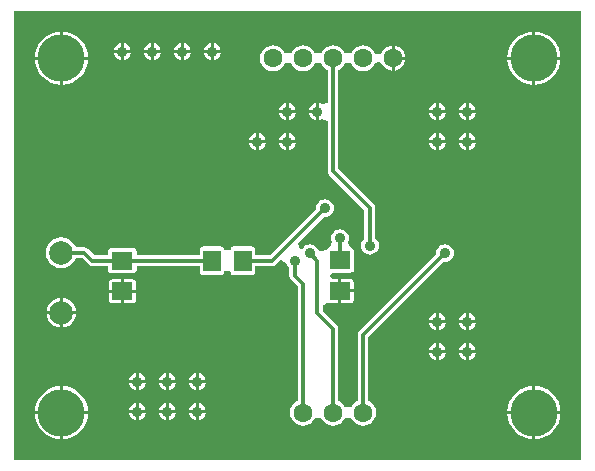
<source format=gbl>
G04 Layer_Physical_Order=2*
G04 Layer_Color=65280*
%FSLAX24Y24*%
%MOIN*%
G70*
G01*
G75*
%ADD11R,0.0591X0.0709*%
%ADD14C,0.0118*%
%ADD15C,0.0787*%
%ADD16C,0.0630*%
%ADD17C,0.0354*%
%ADD18C,0.1575*%
%ADD19R,0.0709X0.0591*%
G36*
X19291Y394D02*
X394D01*
Y15354D01*
X19291D01*
Y394D01*
D02*
G37*
%LPC*%
G36*
X15450Y4273D02*
X15428Y4270D01*
X15360Y4242D01*
X15302Y4198D01*
X15258Y4140D01*
X15230Y4072D01*
X15227Y4050D01*
X15450D01*
Y4273D01*
D02*
G37*
G36*
X14550D02*
Y4050D01*
X14773D01*
X14770Y4072D01*
X14742Y4140D01*
X14698Y4198D01*
X14640Y4242D01*
X14572Y4270D01*
X14550Y4273D01*
D02*
G37*
G36*
X14450D02*
X14428Y4270D01*
X14360Y4242D01*
X14302Y4198D01*
X14258Y4140D01*
X14230Y4072D01*
X14227Y4050D01*
X14450D01*
Y4273D01*
D02*
G37*
G36*
X15550D02*
Y4050D01*
X15773D01*
X15770Y4072D01*
X15742Y4140D01*
X15698Y4198D01*
X15640Y4242D01*
X15572Y4270D01*
X15550Y4273D01*
D02*
G37*
G36*
X15450Y4950D02*
X15227D01*
X15230Y4928D01*
X15258Y4860D01*
X15302Y4802D01*
X15360Y4758D01*
X15428Y4730D01*
X15450Y4727D01*
Y4950D01*
D02*
G37*
G36*
X14773D02*
X14550D01*
Y4727D01*
X14572Y4730D01*
X14640Y4758D01*
X14698Y4802D01*
X14742Y4860D01*
X14770Y4928D01*
X14773Y4950D01*
D02*
G37*
G36*
X14450D02*
X14227D01*
X14230Y4928D01*
X14258Y4860D01*
X14302Y4802D01*
X14360Y4758D01*
X14428Y4730D01*
X14450Y4727D01*
Y4950D01*
D02*
G37*
G36*
X6550Y3273D02*
Y3050D01*
X6773D01*
X6770Y3072D01*
X6742Y3140D01*
X6698Y3198D01*
X6640Y3242D01*
X6572Y3270D01*
X6550Y3273D01*
D02*
G37*
G36*
X6450D02*
X6428Y3270D01*
X6360Y3242D01*
X6302Y3198D01*
X6258Y3140D01*
X6230Y3072D01*
X6227Y3050D01*
X6450D01*
Y3273D01*
D02*
G37*
G36*
X5550D02*
Y3050D01*
X5773D01*
X5770Y3072D01*
X5742Y3140D01*
X5698Y3198D01*
X5640Y3242D01*
X5572Y3270D01*
X5550Y3273D01*
D02*
G37*
G36*
X14450Y3950D02*
X14227D01*
X14230Y3928D01*
X14258Y3860D01*
X14302Y3802D01*
X14360Y3758D01*
X14428Y3730D01*
X14450Y3727D01*
Y3950D01*
D02*
G37*
G36*
X15773D02*
X15550D01*
Y3727D01*
X15572Y3730D01*
X15640Y3758D01*
X15698Y3802D01*
X15742Y3860D01*
X15770Y3928D01*
X15773Y3950D01*
D02*
G37*
G36*
X15450D02*
X15227D01*
X15230Y3928D01*
X15258Y3860D01*
X15302Y3802D01*
X15360Y3758D01*
X15428Y3730D01*
X15450Y3727D01*
Y3950D01*
D02*
G37*
G36*
X14773D02*
X14550D01*
Y3727D01*
X14572Y3730D01*
X14640Y3758D01*
X14698Y3802D01*
X14742Y3860D01*
X14770Y3928D01*
X14773Y3950D01*
D02*
G37*
G36*
X3950Y5958D02*
X3544D01*
Y5713D01*
X3551Y5674D01*
X3574Y5641D01*
X3607Y5618D01*
X3646Y5611D01*
X3950D01*
Y5958D01*
D02*
G37*
G36*
X2019Y5791D02*
Y5349D01*
X2460D01*
X2449Y5428D01*
X2400Y5548D01*
X2321Y5651D01*
X2217Y5730D01*
X2097Y5780D01*
X2019Y5791D01*
D02*
G37*
G36*
X1919D02*
X1840Y5780D01*
X1720Y5730D01*
X1616Y5651D01*
X1537Y5548D01*
X1488Y5428D01*
X1477Y5349D01*
X1919D01*
Y5791D01*
D02*
G37*
G36*
X4456Y5958D02*
X4050D01*
Y5611D01*
X4354D01*
X4393Y5618D01*
X4426Y5641D01*
X4449Y5674D01*
X4456Y5713D01*
Y5958D01*
D02*
G37*
G36*
X4354Y6405D02*
X4050D01*
Y6058D01*
X4456D01*
Y6303D01*
X4449Y6342D01*
X4426Y6375D01*
X4393Y6397D01*
X4354Y6405D01*
D02*
G37*
G36*
X3950D02*
X3646D01*
X3607Y6397D01*
X3574Y6375D01*
X3551Y6342D01*
X3544Y6303D01*
Y6058D01*
X3950D01*
Y6405D01*
D02*
G37*
G36*
X11706Y5970D02*
X11300D01*
Y5622D01*
X11604D01*
X11643Y5630D01*
X11676Y5652D01*
X11699Y5685D01*
X11706Y5724D01*
Y5970D01*
D02*
G37*
G36*
X2460Y5249D02*
X2019D01*
Y4808D01*
X2097Y4818D01*
X2217Y4868D01*
X2321Y4947D01*
X2400Y5050D01*
X2449Y5170D01*
X2460Y5249D01*
D02*
G37*
G36*
X1919D02*
X1477D01*
X1488Y5170D01*
X1537Y5050D01*
X1616Y4947D01*
X1720Y4868D01*
X1840Y4818D01*
X1919Y4808D01*
Y5249D01*
D02*
G37*
G36*
X15773Y4950D02*
X15550D01*
Y4727D01*
X15572Y4730D01*
X15640Y4758D01*
X15698Y4802D01*
X15742Y4860D01*
X15770Y4928D01*
X15773Y4950D01*
D02*
G37*
G36*
X14450Y5273D02*
X14428Y5270D01*
X14360Y5242D01*
X14302Y5198D01*
X14258Y5140D01*
X14230Y5072D01*
X14227Y5050D01*
X14450D01*
Y5273D01*
D02*
G37*
G36*
X15550D02*
Y5050D01*
X15773D01*
X15770Y5072D01*
X15742Y5140D01*
X15698Y5198D01*
X15640Y5242D01*
X15572Y5270D01*
X15550Y5273D01*
D02*
G37*
G36*
X15450D02*
X15428Y5270D01*
X15360Y5242D01*
X15302Y5198D01*
X15258Y5140D01*
X15230Y5072D01*
X15227Y5050D01*
X15450D01*
Y5273D01*
D02*
G37*
G36*
X14550D02*
Y5050D01*
X14773D01*
X14770Y5072D01*
X14742Y5140D01*
X14698Y5198D01*
X14640Y5242D01*
X14572Y5270D01*
X14550Y5273D01*
D02*
G37*
G36*
X5450Y3273D02*
X5428Y3270D01*
X5360Y3242D01*
X5302Y3198D01*
X5258Y3140D01*
X5230Y3072D01*
X5227Y3050D01*
X5450D01*
Y3273D01*
D02*
G37*
G36*
X6773Y1950D02*
X6550D01*
Y1727D01*
X6572Y1730D01*
X6640Y1758D01*
X6698Y1802D01*
X6742Y1860D01*
X6770Y1928D01*
X6773Y1950D01*
D02*
G37*
G36*
X6450D02*
X6227D01*
X6230Y1928D01*
X6258Y1860D01*
X6302Y1802D01*
X6360Y1758D01*
X6428Y1730D01*
X6450Y1727D01*
Y1950D01*
D02*
G37*
G36*
X5773D02*
X5550D01*
Y1727D01*
X5572Y1730D01*
X5640Y1758D01*
X5698Y1802D01*
X5742Y1860D01*
X5770Y1928D01*
X5773Y1950D01*
D02*
G37*
G36*
X1919Y2855D02*
X1795Y2843D01*
X1627Y2792D01*
X1473Y2710D01*
X1338Y2599D01*
X1227Y2464D01*
X1145Y2310D01*
X1094Y2142D01*
X1082Y2018D01*
X1919D01*
Y2855D01*
D02*
G37*
G36*
X17767D02*
Y2018D01*
X18603D01*
X18591Y2142D01*
X18540Y2310D01*
X18458Y2464D01*
X18347Y2599D01*
X18212Y2710D01*
X18058Y2792D01*
X17890Y2843D01*
X17767Y2855D01*
D02*
G37*
G36*
X17667D02*
X17543Y2843D01*
X17375Y2792D01*
X17221Y2710D01*
X17086Y2599D01*
X16975Y2464D01*
X16893Y2310D01*
X16842Y2142D01*
X16830Y2018D01*
X17667D01*
Y2855D01*
D02*
G37*
G36*
X2018D02*
Y2018D01*
X2855D01*
X2843Y2142D01*
X2792Y2310D01*
X2710Y2464D01*
X2599Y2599D01*
X2464Y2710D01*
X2310Y2792D01*
X2142Y2843D01*
X2018Y2855D01*
D02*
G37*
G36*
X17667Y1919D02*
X16830D01*
X16842Y1795D01*
X16893Y1627D01*
X16975Y1473D01*
X17086Y1338D01*
X17221Y1227D01*
X17375Y1145D01*
X17543Y1094D01*
X17667Y1082D01*
Y1919D01*
D02*
G37*
G36*
X2855D02*
X2018D01*
Y1082D01*
X2142Y1094D01*
X2310Y1145D01*
X2464Y1227D01*
X2599Y1338D01*
X2710Y1473D01*
X2792Y1627D01*
X2843Y1795D01*
X2855Y1919D01*
D02*
G37*
G36*
X1919D02*
X1082D01*
X1094Y1795D01*
X1145Y1627D01*
X1227Y1473D01*
X1338Y1338D01*
X1473Y1227D01*
X1627Y1145D01*
X1795Y1094D01*
X1919Y1082D01*
Y1919D01*
D02*
G37*
G36*
X18603D02*
X17767D01*
Y1082D01*
X17890Y1094D01*
X18058Y1145D01*
X18212Y1227D01*
X18347Y1338D01*
X18458Y1473D01*
X18540Y1627D01*
X18591Y1795D01*
X18603Y1919D01*
D02*
G37*
G36*
X5450Y1950D02*
X5227D01*
X5230Y1928D01*
X5258Y1860D01*
X5302Y1802D01*
X5360Y1758D01*
X5428Y1730D01*
X5450Y1727D01*
Y1950D01*
D02*
G37*
G36*
X4773D02*
X4550D01*
Y1727D01*
X4572Y1730D01*
X4640Y1758D01*
X4698Y1802D01*
X4742Y1860D01*
X4770Y1928D01*
X4773Y1950D01*
D02*
G37*
G36*
X4450D02*
X4227D01*
X4230Y1928D01*
X4258Y1860D01*
X4302Y1802D01*
X4360Y1758D01*
X4428Y1730D01*
X4450Y1727D01*
Y1950D01*
D02*
G37*
G36*
X5773Y2950D02*
X5550D01*
Y2727D01*
X5572Y2730D01*
X5640Y2758D01*
X5698Y2802D01*
X5742Y2860D01*
X5770Y2928D01*
X5773Y2950D01*
D02*
G37*
G36*
X5450D02*
X5227D01*
X5230Y2928D01*
X5258Y2860D01*
X5302Y2802D01*
X5360Y2758D01*
X5428Y2730D01*
X5450Y2727D01*
Y2950D01*
D02*
G37*
G36*
X4773D02*
X4550D01*
Y2727D01*
X4572Y2730D01*
X4640Y2758D01*
X4698Y2802D01*
X4742Y2860D01*
X4770Y2928D01*
X4773Y2950D01*
D02*
G37*
G36*
X6450D02*
X6227D01*
X6230Y2928D01*
X6258Y2860D01*
X6302Y2802D01*
X6360Y2758D01*
X6428Y2730D01*
X6450Y2727D01*
Y2950D01*
D02*
G37*
G36*
X4550Y3273D02*
Y3050D01*
X4773D01*
X4770Y3072D01*
X4742Y3140D01*
X4698Y3198D01*
X4640Y3242D01*
X4572Y3270D01*
X4550Y3273D01*
D02*
G37*
G36*
X4450D02*
X4428Y3270D01*
X4360Y3242D01*
X4302Y3198D01*
X4258Y3140D01*
X4230Y3072D01*
X4227Y3050D01*
X4450D01*
Y3273D01*
D02*
G37*
G36*
X6773Y2950D02*
X6550D01*
Y2727D01*
X6572Y2730D01*
X6640Y2758D01*
X6698Y2802D01*
X6742Y2860D01*
X6770Y2928D01*
X6773Y2950D01*
D02*
G37*
G36*
X5450Y2273D02*
X5428Y2270D01*
X5360Y2242D01*
X5302Y2198D01*
X5258Y2140D01*
X5230Y2072D01*
X5227Y2050D01*
X5450D01*
Y2273D01*
D02*
G37*
G36*
X4550D02*
Y2050D01*
X4773D01*
X4770Y2072D01*
X4742Y2140D01*
X4698Y2198D01*
X4640Y2242D01*
X4572Y2270D01*
X4550Y2273D01*
D02*
G37*
G36*
X4450D02*
X4428Y2270D01*
X4360Y2242D01*
X4302Y2198D01*
X4258Y2140D01*
X4230Y2072D01*
X4227Y2050D01*
X4450D01*
Y2273D01*
D02*
G37*
G36*
X5550D02*
Y2050D01*
X5773D01*
X5770Y2072D01*
X5742Y2140D01*
X5698Y2198D01*
X5640Y2242D01*
X5572Y2270D01*
X5550Y2273D01*
D02*
G37*
G36*
X4450Y2950D02*
X4227D01*
X4230Y2928D01*
X4258Y2860D01*
X4302Y2802D01*
X4360Y2758D01*
X4428Y2730D01*
X4450Y2727D01*
Y2950D01*
D02*
G37*
G36*
X6550Y2273D02*
Y2050D01*
X6773D01*
X6770Y2072D01*
X6742Y2140D01*
X6698Y2198D01*
X6640Y2242D01*
X6572Y2270D01*
X6550Y2273D01*
D02*
G37*
G36*
X6450D02*
X6428Y2270D01*
X6360Y2242D01*
X6302Y2198D01*
X6258Y2140D01*
X6230Y2072D01*
X6227Y2050D01*
X6450D01*
Y2273D01*
D02*
G37*
G36*
X11604Y6417D02*
X11300D01*
Y6070D01*
X11706D01*
Y6315D01*
X11699Y6354D01*
X11676Y6387D01*
X11643Y6409D01*
X11604Y6417D01*
D02*
G37*
G36*
X4950Y13950D02*
X4727D01*
X4730Y13928D01*
X4758Y13860D01*
X4802Y13802D01*
X4860Y13758D01*
X4928Y13730D01*
X4950Y13727D01*
Y13950D01*
D02*
G37*
G36*
X4273D02*
X4050D01*
Y13727D01*
X4072Y13730D01*
X4140Y13758D01*
X4198Y13802D01*
X4242Y13860D01*
X4270Y13928D01*
X4273Y13950D01*
D02*
G37*
G36*
X3950D02*
X3727D01*
X3730Y13928D01*
X3758Y13860D01*
X3802Y13802D01*
X3860Y13758D01*
X3928Y13730D01*
X3950Y13727D01*
Y13950D01*
D02*
G37*
G36*
X5273D02*
X5050D01*
Y13727D01*
X5072Y13730D01*
X5140Y13758D01*
X5198Y13802D01*
X5242Y13860D01*
X5270Y13928D01*
X5273Y13950D01*
D02*
G37*
G36*
X6950D02*
X6727D01*
X6730Y13928D01*
X6758Y13860D01*
X6802Y13802D01*
X6860Y13758D01*
X6928Y13730D01*
X6950Y13727D01*
Y13950D01*
D02*
G37*
G36*
X6273D02*
X6050D01*
Y13727D01*
X6072Y13730D01*
X6140Y13758D01*
X6198Y13802D01*
X6242Y13860D01*
X6270Y13928D01*
X6273Y13950D01*
D02*
G37*
G36*
X5950D02*
X5727D01*
X5730Y13928D01*
X5758Y13860D01*
X5802Y13802D01*
X5860Y13758D01*
X5928Y13730D01*
X5950Y13727D01*
Y13950D01*
D02*
G37*
G36*
X1919Y13730D02*
X1082D01*
X1094Y13606D01*
X1145Y13438D01*
X1227Y13284D01*
X1338Y13149D01*
X1473Y13038D01*
X1627Y12956D01*
X1795Y12905D01*
X1919Y12893D01*
Y13730D01*
D02*
G37*
G36*
X15550Y12273D02*
Y12050D01*
X15773D01*
X15770Y12072D01*
X15742Y12140D01*
X15698Y12198D01*
X15640Y12242D01*
X15572Y12270D01*
X15550Y12273D01*
D02*
G37*
G36*
X15450D02*
X15428Y12270D01*
X15360Y12242D01*
X15302Y12198D01*
X15258Y12140D01*
X15230Y12072D01*
X15227Y12050D01*
X15450D01*
Y12273D01*
D02*
G37*
G36*
X2855Y13730D02*
X2018D01*
Y12893D01*
X2142Y12905D01*
X2310Y12956D01*
X2464Y13038D01*
X2599Y13149D01*
X2710Y13284D01*
X2792Y13438D01*
X2843Y13606D01*
X2855Y13730D01*
D02*
G37*
G36*
X13436D02*
X13074D01*
Y13368D01*
X13132Y13375D01*
X13233Y13417D01*
X13320Y13484D01*
X13386Y13570D01*
X13428Y13671D01*
X13436Y13730D01*
D02*
G37*
G36*
X18603D02*
X17767D01*
Y12893D01*
X17890Y12905D01*
X18058Y12956D01*
X18212Y13038D01*
X18347Y13149D01*
X18458Y13284D01*
X18540Y13438D01*
X18591Y13606D01*
X18603Y13730D01*
D02*
G37*
G36*
X17667D02*
X16830D01*
X16842Y13606D01*
X16893Y13438D01*
X16975Y13284D01*
X17086Y13149D01*
X17221Y13038D01*
X17375Y12956D01*
X17543Y12905D01*
X17667Y12893D01*
Y13730D01*
D02*
G37*
G36*
X7273Y13950D02*
X7050D01*
Y13727D01*
X7072Y13730D01*
X7140Y13758D01*
X7198Y13802D01*
X7242Y13860D01*
X7270Y13928D01*
X7273Y13950D01*
D02*
G37*
G36*
X5050Y14273D02*
Y14050D01*
X5273D01*
X5270Y14072D01*
X5242Y14140D01*
X5198Y14198D01*
X5140Y14242D01*
X5072Y14270D01*
X5050Y14273D01*
D02*
G37*
G36*
X4950D02*
X4928Y14270D01*
X4860Y14242D01*
X4802Y14198D01*
X4758Y14140D01*
X4730Y14072D01*
X4727Y14050D01*
X4950D01*
Y14273D01*
D02*
G37*
G36*
X4050D02*
Y14050D01*
X4273D01*
X4270Y14072D01*
X4242Y14140D01*
X4198Y14198D01*
X4140Y14242D01*
X4072Y14270D01*
X4050Y14273D01*
D02*
G37*
G36*
X5950D02*
X5928Y14270D01*
X5860Y14242D01*
X5802Y14198D01*
X5758Y14140D01*
X5730Y14072D01*
X5727Y14050D01*
X5950D01*
Y14273D01*
D02*
G37*
G36*
X7050D02*
Y14050D01*
X7273D01*
X7270Y14072D01*
X7242Y14140D01*
X7198Y14198D01*
X7140Y14242D01*
X7072Y14270D01*
X7050Y14273D01*
D02*
G37*
G36*
X6950D02*
X6928Y14270D01*
X6860Y14242D01*
X6802Y14198D01*
X6758Y14140D01*
X6730Y14072D01*
X6727Y14050D01*
X6950D01*
Y14273D01*
D02*
G37*
G36*
X6050D02*
Y14050D01*
X6273D01*
X6270Y14072D01*
X6242Y14140D01*
X6198Y14198D01*
X6140Y14242D01*
X6072Y14270D01*
X6050Y14273D01*
D02*
G37*
G36*
X13074Y14191D02*
Y13830D01*
X13436D01*
X13428Y13888D01*
X13386Y13989D01*
X13320Y14075D01*
X13233Y14142D01*
X13132Y14184D01*
X13074Y14191D01*
D02*
G37*
G36*
X2018Y14666D02*
Y13830D01*
X2855D01*
X2843Y13953D01*
X2792Y14121D01*
X2710Y14275D01*
X2599Y14410D01*
X2464Y14521D01*
X2310Y14603D01*
X2142Y14654D01*
X2018Y14666D01*
D02*
G37*
G36*
X1919D02*
X1795Y14654D01*
X1627Y14603D01*
X1473Y14521D01*
X1338Y14410D01*
X1227Y14275D01*
X1145Y14121D01*
X1094Y13953D01*
X1082Y13830D01*
X1919D01*
Y14666D01*
D02*
G37*
G36*
X17667D02*
X17543Y14654D01*
X17375Y14603D01*
X17221Y14521D01*
X17086Y14410D01*
X16975Y14275D01*
X16893Y14121D01*
X16842Y13953D01*
X16830Y13830D01*
X17667D01*
Y14666D01*
D02*
G37*
G36*
X3950Y14273D02*
X3928Y14270D01*
X3860Y14242D01*
X3802Y14198D01*
X3758Y14140D01*
X3730Y14072D01*
X3727Y14050D01*
X3950D01*
Y14273D01*
D02*
G37*
G36*
X12024Y14216D02*
X11911Y14201D01*
X11805Y14158D01*
X11715Y14088D01*
X11645Y13998D01*
X11627Y13955D01*
X11420D01*
X11402Y13998D01*
X11332Y14088D01*
X11242Y14158D01*
X11137Y14201D01*
X11024Y14216D01*
X10911Y14201D01*
X10805Y14158D01*
X10715Y14088D01*
X10645Y13998D01*
X10627Y13955D01*
X10420D01*
X10402Y13998D01*
X10332Y14088D01*
X10242Y14158D01*
X10137Y14201D01*
X10024Y14216D01*
X9911Y14201D01*
X9805Y14158D01*
X9715Y14088D01*
X9645Y13998D01*
X9627Y13955D01*
X9420D01*
X9402Y13998D01*
X9332Y14088D01*
X9242Y14158D01*
X9137Y14201D01*
X9024Y14216D01*
X8911Y14201D01*
X8805Y14158D01*
X8715Y14088D01*
X8645Y13998D01*
X8602Y13893D01*
X8587Y13780D01*
X8602Y13666D01*
X8645Y13561D01*
X8715Y13471D01*
X8805Y13401D01*
X8911Y13358D01*
X9024Y13343D01*
X9137Y13358D01*
X9242Y13401D01*
X9332Y13471D01*
X9402Y13561D01*
X9420Y13604D01*
X9627D01*
X9645Y13561D01*
X9715Y13471D01*
X9805Y13401D01*
X9911Y13358D01*
X10024Y13343D01*
X10137Y13358D01*
X10242Y13401D01*
X10332Y13471D01*
X10402Y13561D01*
X10420Y13604D01*
X10627D01*
X10645Y13561D01*
X10715Y13471D01*
X10805Y13401D01*
X10843Y13386D01*
Y12324D01*
X10815Y12299D01*
X10646Y12237D01*
X10640Y12242D01*
X10572Y12270D01*
X10550Y12273D01*
Y12000D01*
Y11727D01*
X10572Y11730D01*
X10640Y11758D01*
X10646Y11763D01*
X10815Y11701D01*
X10843Y11676D01*
Y10008D01*
X10857Y9939D01*
X10896Y9880D01*
X12069Y8707D01*
Y7765D01*
X12039Y7742D01*
X11992Y7680D01*
X11962Y7609D01*
X11952Y7531D01*
X11962Y7454D01*
X11992Y7383D01*
X12039Y7321D01*
X12101Y7274D01*
X12173Y7244D01*
X12250Y7234D01*
X12327Y7244D01*
X12399Y7274D01*
X12461Y7321D01*
X12508Y7383D01*
X12538Y7454D01*
X12548Y7531D01*
X12538Y7609D01*
X12508Y7680D01*
X12461Y7742D01*
X12431Y7765D01*
Y8781D01*
X12417Y8851D01*
X12378Y8909D01*
X11204Y10083D01*
Y13386D01*
X11242Y13401D01*
X11332Y13471D01*
X11402Y13561D01*
X11420Y13604D01*
X11627D01*
X11645Y13561D01*
X11715Y13471D01*
X11805Y13401D01*
X11911Y13358D01*
X12024Y13343D01*
X12137Y13358D01*
X12242Y13401D01*
X12332Y13471D01*
X12402Y13561D01*
X12432Y13633D01*
X12510Y13649D01*
X12539Y13650D01*
X12636Y13632D01*
X12661Y13570D01*
X12728Y13484D01*
X12814Y13417D01*
X12915Y13375D01*
X12974Y13368D01*
Y13780D01*
Y14191D01*
X12915Y14184D01*
X12814Y14142D01*
X12728Y14075D01*
X12661Y13989D01*
X12636Y13927D01*
X12539Y13910D01*
X12510Y13910D01*
X12432Y13926D01*
X12402Y13998D01*
X12332Y14088D01*
X12242Y14158D01*
X12137Y14201D01*
X12024Y14216D01*
D02*
G37*
G36*
X17767Y14666D02*
Y13830D01*
X18603D01*
X18591Y13953D01*
X18540Y14121D01*
X18458Y14275D01*
X18347Y14410D01*
X18212Y14521D01*
X18058Y14603D01*
X17890Y14654D01*
X17767Y14666D01*
D02*
G37*
G36*
X8450Y11273D02*
X8428Y11270D01*
X8360Y11242D01*
X8302Y11198D01*
X8258Y11140D01*
X8230Y11072D01*
X8227Y11050D01*
X8450D01*
Y11273D01*
D02*
G37*
G36*
X15773Y10950D02*
X15550D01*
Y10727D01*
X15572Y10730D01*
X15640Y10758D01*
X15698Y10802D01*
X15742Y10860D01*
X15770Y10928D01*
X15773Y10950D01*
D02*
G37*
G36*
X15450D02*
X15227D01*
X15230Y10928D01*
X15258Y10860D01*
X15302Y10802D01*
X15360Y10758D01*
X15428Y10730D01*
X15450Y10727D01*
Y10950D01*
D02*
G37*
G36*
X8550Y11273D02*
Y11050D01*
X8773D01*
X8770Y11072D01*
X8742Y11140D01*
X8698Y11198D01*
X8640Y11242D01*
X8572Y11270D01*
X8550Y11273D01*
D02*
G37*
G36*
X14450D02*
X14428Y11270D01*
X14360Y11242D01*
X14302Y11198D01*
X14258Y11140D01*
X14230Y11072D01*
X14227Y11050D01*
X14450D01*
Y11273D01*
D02*
G37*
G36*
X9550D02*
Y11050D01*
X9773D01*
X9770Y11072D01*
X9742Y11140D01*
X9698Y11198D01*
X9640Y11242D01*
X9572Y11270D01*
X9550Y11273D01*
D02*
G37*
G36*
X9450D02*
X9428Y11270D01*
X9360Y11242D01*
X9302Y11198D01*
X9258Y11140D01*
X9230Y11072D01*
X9227Y11050D01*
X9450D01*
Y11273D01*
D02*
G37*
G36*
X8773Y10950D02*
X8550D01*
Y10727D01*
X8572Y10730D01*
X8640Y10758D01*
X8698Y10802D01*
X8742Y10860D01*
X8770Y10928D01*
X8773Y10950D01*
D02*
G37*
G36*
X8450D02*
X8227D01*
X8230Y10928D01*
X8258Y10860D01*
X8302Y10802D01*
X8360Y10758D01*
X8428Y10730D01*
X8450Y10727D01*
Y10950D01*
D02*
G37*
G36*
X10750Y9079D02*
X10673Y9069D01*
X10601Y9039D01*
X10539Y8992D01*
X10492Y8930D01*
X10462Y8859D01*
X10452Y8781D01*
X10457Y8744D01*
X8925Y7212D01*
X8428D01*
Y7386D01*
X8418Y7432D01*
X8392Y7471D01*
X8353Y7497D01*
X8307Y7506D01*
X7717D01*
X7670Y7497D01*
X7631Y7471D01*
X7605Y7432D01*
X7596Y7386D01*
X7404D01*
X7395Y7432D01*
X7369Y7471D01*
X7330Y7497D01*
X7283Y7506D01*
X6693D01*
X6647Y7497D01*
X6608Y7471D01*
X6582Y7432D01*
X6572Y7386D01*
Y7212D01*
X4475D01*
Y7327D01*
X4466Y7373D01*
X4439Y7412D01*
X4400Y7438D01*
X4354Y7447D01*
X3646D01*
X3600Y7438D01*
X3561Y7412D01*
X3534Y7373D01*
X3525Y7327D01*
Y7212D01*
X3075D01*
X2860Y7427D01*
X2801Y7466D01*
X2732Y7480D01*
X2448D01*
X2416Y7557D01*
X2334Y7664D01*
X2227Y7746D01*
X2102Y7798D01*
X1969Y7815D01*
X1835Y7798D01*
X1710Y7746D01*
X1603Y7664D01*
X1521Y7557D01*
X1470Y7433D01*
X1452Y7299D01*
X1470Y7166D01*
X1521Y7041D01*
X1603Y6934D01*
X1710Y6852D01*
X1835Y6801D01*
X1969Y6783D01*
X2102Y6801D01*
X2227Y6852D01*
X2334Y6934D01*
X2416Y7041D01*
X2448Y7119D01*
X2657D01*
X2872Y6904D01*
X2931Y6865D01*
X3000Y6851D01*
X3525D01*
Y6736D01*
X3534Y6690D01*
X3561Y6651D01*
X3600Y6625D01*
X3646Y6616D01*
X4354D01*
X4400Y6625D01*
X4439Y6651D01*
X4466Y6690D01*
X4475Y6736D01*
Y6851D01*
X6572D01*
Y6677D01*
X6582Y6631D01*
X6608Y6592D01*
X6647Y6566D01*
X6693Y6557D01*
X7283D01*
X7330Y6566D01*
X7369Y6592D01*
X7395Y6631D01*
X7404Y6677D01*
X7596D01*
X7605Y6631D01*
X7631Y6592D01*
X7670Y6566D01*
X7717Y6557D01*
X8307D01*
X8353Y6566D01*
X8392Y6592D01*
X8418Y6631D01*
X8428Y6677D01*
Y6851D01*
X9000D01*
X9069Y6865D01*
X9128Y6904D01*
X9262Y7038D01*
X9280Y7038D01*
X9462Y6959D01*
X9462Y6954D01*
X9492Y6883D01*
X9539Y6821D01*
X9569Y6798D01*
Y6532D01*
X9583Y6462D01*
X9622Y6404D01*
X9843Y6183D01*
Y2362D01*
X9805Y2347D01*
X9715Y2277D01*
X9645Y2187D01*
X9602Y2082D01*
X9587Y1969D01*
X9602Y1855D01*
X9645Y1750D01*
X9715Y1660D01*
X9805Y1590D01*
X9911Y1547D01*
X10024Y1532D01*
X10137Y1547D01*
X10242Y1590D01*
X10332Y1660D01*
X10402Y1750D01*
X10420Y1793D01*
X10627D01*
X10645Y1750D01*
X10715Y1660D01*
X10805Y1590D01*
X10911Y1547D01*
X11024Y1532D01*
X11137Y1547D01*
X11242Y1590D01*
X11332Y1660D01*
X11402Y1750D01*
X11420Y1793D01*
X11627D01*
X11645Y1750D01*
X11715Y1660D01*
X11805Y1590D01*
X11911Y1547D01*
X12024Y1532D01*
X12137Y1547D01*
X12242Y1590D01*
X12332Y1660D01*
X12402Y1750D01*
X12446Y1855D01*
X12460Y1969D01*
X12446Y2082D01*
X12402Y2187D01*
X12332Y2277D01*
X12242Y2347D01*
X12204Y2362D01*
Y4480D01*
X14713Y6989D01*
X14750Y6984D01*
X14827Y6994D01*
X14899Y7024D01*
X14961Y7071D01*
X15008Y7133D01*
X15038Y7204D01*
X15048Y7282D01*
X15038Y7359D01*
X15008Y7430D01*
X14961Y7492D01*
X14899Y7539D01*
X14827Y7569D01*
X14750Y7579D01*
X14673Y7569D01*
X14601Y7539D01*
X14539Y7492D01*
X14492Y7430D01*
X14462Y7359D01*
X14452Y7282D01*
X14457Y7244D01*
X11896Y4683D01*
X11857Y4624D01*
X11843Y4555D01*
Y2362D01*
X11805Y2347D01*
X11715Y2277D01*
X11645Y2187D01*
X11627Y2144D01*
X11420D01*
X11402Y2187D01*
X11332Y2277D01*
X11242Y2347D01*
X11204Y2362D01*
Y4758D01*
X11191Y4827D01*
X11151Y4886D01*
X10695Y5342D01*
X10699Y5545D01*
X10709Y5554D01*
X10828Y5615D01*
X10877Y5626D01*
X10896Y5622D01*
X11200D01*
Y6020D01*
Y6417D01*
X11002D01*
X10914Y6530D01*
X10978Y6628D01*
X11604D01*
X11650Y6637D01*
X11689Y6663D01*
X11716Y6702D01*
X11725Y6748D01*
Y7339D01*
X11716Y7385D01*
X11689Y7424D01*
X11650Y7450D01*
X11620Y7456D01*
X11561Y7539D01*
X11518Y7656D01*
X11538Y7704D01*
X11548Y7782D01*
X11538Y7859D01*
X11508Y7930D01*
X11461Y7992D01*
X11399Y8039D01*
X11327Y8069D01*
X11250Y8079D01*
X11173Y8069D01*
X11101Y8039D01*
X11039Y7992D01*
X10992Y7930D01*
X10962Y7859D01*
X10952Y7782D01*
X10962Y7704D01*
X10982Y7656D01*
X10939Y7539D01*
X10880Y7456D01*
X10850Y7450D01*
X10811Y7424D01*
X10784Y7385D01*
X10614Y7338D01*
X10578Y7338D01*
X10538Y7359D01*
X10508Y7430D01*
X10461Y7492D01*
X10399Y7539D01*
X10327Y7569D01*
X10250Y7579D01*
X10173Y7569D01*
X10101Y7539D01*
X10039Y7492D01*
X9992Y7430D01*
X9990Y7427D01*
X9932Y7430D01*
X9855Y7631D01*
X10713Y8489D01*
X10750Y8484D01*
X10827Y8494D01*
X10899Y8524D01*
X10961Y8571D01*
X11008Y8633D01*
X11038Y8704D01*
X11048Y8781D01*
X11038Y8859D01*
X11008Y8930D01*
X10961Y8992D01*
X10899Y9039D01*
X10827Y9069D01*
X10750Y9079D01*
D02*
G37*
G36*
X9450Y10950D02*
X9227D01*
X9230Y10928D01*
X9258Y10860D01*
X9302Y10802D01*
X9360Y10758D01*
X9428Y10730D01*
X9450Y10727D01*
Y10950D01*
D02*
G37*
G36*
X14773D02*
X14550D01*
Y10727D01*
X14572Y10730D01*
X14640Y10758D01*
X14698Y10802D01*
X14742Y10860D01*
X14770Y10928D01*
X14773Y10950D01*
D02*
G37*
G36*
X14450D02*
X14227D01*
X14230Y10928D01*
X14258Y10860D01*
X14302Y10802D01*
X14360Y10758D01*
X14428Y10730D01*
X14450Y10727D01*
Y10950D01*
D02*
G37*
G36*
X9773D02*
X9550D01*
Y10727D01*
X9572Y10730D01*
X9640Y10758D01*
X9698Y10802D01*
X9742Y10860D01*
X9770Y10928D01*
X9773Y10950D01*
D02*
G37*
G36*
X14550Y11273D02*
Y11050D01*
X14773D01*
X14770Y11072D01*
X14742Y11140D01*
X14698Y11198D01*
X14640Y11242D01*
X14572Y11270D01*
X14550Y11273D01*
D02*
G37*
G36*
X9450Y12273D02*
X9428Y12270D01*
X9360Y12242D01*
X9302Y12198D01*
X9258Y12140D01*
X9230Y12072D01*
X9227Y12050D01*
X9450D01*
Y12273D01*
D02*
G37*
G36*
X15773Y11950D02*
X15550D01*
Y11727D01*
X15572Y11730D01*
X15640Y11758D01*
X15698Y11802D01*
X15742Y11860D01*
X15770Y11928D01*
X15773Y11950D01*
D02*
G37*
G36*
X15450D02*
X15227D01*
X15230Y11928D01*
X15258Y11860D01*
X15302Y11802D01*
X15360Y11758D01*
X15428Y11730D01*
X15450Y11727D01*
Y11950D01*
D02*
G37*
G36*
X9550Y12273D02*
Y12050D01*
X9773D01*
X9770Y12072D01*
X9742Y12140D01*
X9698Y12198D01*
X9640Y12242D01*
X9572Y12270D01*
X9550Y12273D01*
D02*
G37*
G36*
X14550D02*
Y12050D01*
X14773D01*
X14770Y12072D01*
X14742Y12140D01*
X14698Y12198D01*
X14640Y12242D01*
X14572Y12270D01*
X14550Y12273D01*
D02*
G37*
G36*
X14450D02*
X14428Y12270D01*
X14360Y12242D01*
X14302Y12198D01*
X14258Y12140D01*
X14230Y12072D01*
X14227Y12050D01*
X14450D01*
Y12273D01*
D02*
G37*
G36*
X10450D02*
X10428Y12270D01*
X10360Y12242D01*
X10302Y12198D01*
X10258Y12140D01*
X10230Y12072D01*
X10227Y12050D01*
X10450D01*
Y12273D01*
D02*
G37*
G36*
X9450Y11950D02*
X9227D01*
X9230Y11928D01*
X9258Y11860D01*
X9302Y11802D01*
X9360Y11758D01*
X9428Y11730D01*
X9450Y11727D01*
Y11950D01*
D02*
G37*
G36*
X15550Y11273D02*
Y11050D01*
X15773D01*
X15770Y11072D01*
X15742Y11140D01*
X15698Y11198D01*
X15640Y11242D01*
X15572Y11270D01*
X15550Y11273D01*
D02*
G37*
G36*
X15450D02*
X15428Y11270D01*
X15360Y11242D01*
X15302Y11198D01*
X15258Y11140D01*
X15230Y11072D01*
X15227Y11050D01*
X15450D01*
Y11273D01*
D02*
G37*
G36*
X9773Y11950D02*
X9550D01*
Y11727D01*
X9572Y11730D01*
X9640Y11758D01*
X9698Y11802D01*
X9742Y11860D01*
X9770Y11928D01*
X9773Y11950D01*
D02*
G37*
G36*
X14773D02*
X14550D01*
Y11727D01*
X14572Y11730D01*
X14640Y11758D01*
X14698Y11802D01*
X14742Y11860D01*
X14770Y11928D01*
X14773Y11950D01*
D02*
G37*
G36*
X14450D02*
X14227D01*
X14230Y11928D01*
X14258Y11860D01*
X14302Y11802D01*
X14360Y11758D01*
X14428Y11730D01*
X14450Y11727D01*
Y11950D01*
D02*
G37*
G36*
X10450D02*
X10227D01*
X10230Y11928D01*
X10258Y11860D01*
X10302Y11802D01*
X10360Y11758D01*
X10428Y11730D01*
X10450Y11727D01*
Y11950D01*
D02*
G37*
%LPD*%
D11*
X8012Y7031D02*
D03*
X6988D02*
D03*
D14*
X9750Y6532D02*
Y7031D01*
Y6532D02*
X10024Y6258D01*
Y1969D02*
Y6258D01*
X10500Y5282D02*
Y7031D01*
X10250Y7282D02*
X10500Y7031D01*
X9000D02*
X10750Y8781D01*
X8012Y7031D02*
X9000D01*
X10500Y5282D02*
X11024Y4758D01*
Y1969D02*
Y4758D01*
X12024Y4555D02*
X14750Y7282D01*
X12024Y1969D02*
Y4555D01*
X12250Y7531D02*
Y8781D01*
X11024Y10008D02*
X12250Y8781D01*
X11024Y10008D02*
Y13780D01*
X11250Y7043D02*
Y7782D01*
X3000Y7031D02*
X4000D01*
X6988D01*
X2732Y7299D02*
X3000Y7031D01*
X1969Y7299D02*
X2732D01*
D15*
X1969Y5299D02*
D03*
Y7299D02*
D03*
D16*
X9024Y13780D02*
D03*
X11024D02*
D03*
X12024D02*
D03*
X13024D02*
D03*
X10024D02*
D03*
X12024Y1969D02*
D03*
X11024D02*
D03*
X10024D02*
D03*
D17*
X9750Y7031D02*
D03*
X10250Y7282D02*
D03*
X14750D02*
D03*
X12250Y7531D02*
D03*
X11250Y7782D02*
D03*
X10750Y8781D02*
D03*
X14500Y12000D02*
D03*
X15500D02*
D03*
Y11000D02*
D03*
X4500Y2000D02*
D03*
X5500D02*
D03*
X6500D02*
D03*
X4500Y3000D02*
D03*
X5500D02*
D03*
X6500D02*
D03*
X14500Y4000D02*
D03*
X15500D02*
D03*
Y5000D02*
D03*
X14500D02*
D03*
Y11000D02*
D03*
X8500D02*
D03*
X9500D02*
D03*
Y12000D02*
D03*
X10500D02*
D03*
X4000Y14000D02*
D03*
X5000D02*
D03*
X6000D02*
D03*
X7000D02*
D03*
D18*
X1969Y1969D02*
D03*
Y13780D02*
D03*
X17717D02*
D03*
Y1969D02*
D03*
D19*
X4000Y7031D02*
D03*
Y6008D02*
D03*
X11250Y7043D02*
D03*
Y6020D02*
D03*
M02*

</source>
